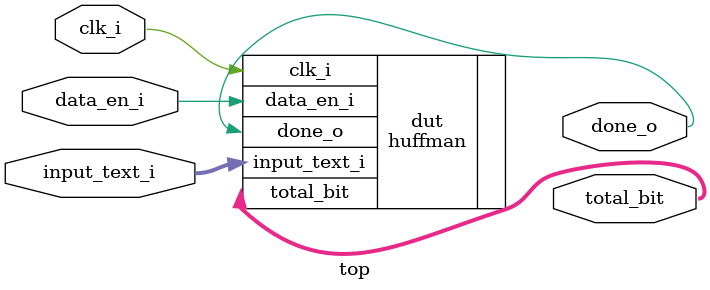
<source format=sv>
/* verilator lint_off UNUSED */
module top#(parameter BIT_WIDTH = 8,
                          MAX_SYM   = 255)(
    //inputs
    input logic clk_i,
    input logic data_en_i,
    input logic [BIT_WIDTH-1:0] input_text_i,
    //outputs
    output logic done_o,
    output logic [10:0] total_bit
);
    //code
    huffman dut(
        .clk_i        (clk_i),
        .data_en_i    (data_en_i),
        .input_text_i (input_text_i),
        .done_o       (done_o),
        .total_bit    (total_bit)
    );
endmodule : top

</source>
